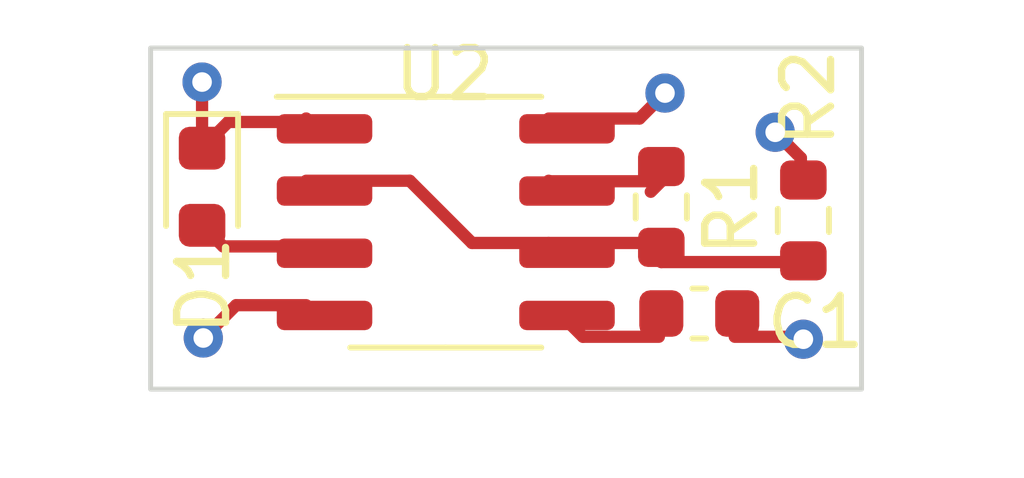
<source format=kicad_pcb>
(kicad_pcb (version 20240108) (generator "pcbnew") (generator_version "8.0")
  (layers (0 "F.Cu" signal) (31 "B.Cu" signal) (34 "B.Paste" user) (35 "F.Paste" user) (36 "B.SilkS" user "B.Silkscreen") (37 "F.SilkS" user "F.Silkscreen") (38 "B.Mask" user) (39 "F.Mask" user) (44 "Edge.Cuts" user))
  (net 0 "")
  (net 1 "GND")
  (net 2 "Net-(D1-A)")
  (net 3 "/TR")
  (net 4 "VCC")
  (net 5 "Net-(U2-CV)")
  (net 6 "Net-(U2-DIS)")
  (footprint "LED_SMD:LED_0603_1608Metric" (layer "F.Cu") (at 133.05 82.9125 -90)
    (property "Reference" "D1" (at 2.025 -0.025 90) (layer "F.SilkS"))
    (property "Value" "LED")
    (fp_line (start -1.485 0.735) (end 0.8 0.735) (stroke (width 0.12)) (layer "F.SilkS"))
    (fp_line (start -1.485 -0.735) (end -1.485 0.735) (stroke (width 0.12)) (layer "F.SilkS"))
    (fp_line (start 0.8 -0.735) (end -1.485 -0.735) (stroke (width 0.12)) (layer "F.SilkS"))
    (pad "1" smd roundrect (at -0.7875 0 270) (size 0.875 0.95) (layers "F.Cu" "F.Paste" "F.Mask") (net 1 "GND"))
    (pad "2" smd roundrect (at 0.7875 0 270) (size 0.875 0.95) (layers "F.Cu" "F.Paste" "F.Mask") (net 2 "Net-(D1-A)"))
  )
  (footprint "Resistor_SMD:R_0603_1608Metric" (layer "F.Cu") (at 145.325 83.6 90)
    (property "Reference" "R2" (at 2.5 0.1 90) (layer "F.SilkS"))
    (property "Value" "R")
    (fp_line (start -0.237258 -0.5225) (end 0.237258 -0.5225) (stroke (width 0.12)) (layer "F.SilkS"))
    (fp_line (start -0.237258 0.5225) (end 0.237258 0.5225) (stroke (width 0.12)) (layer "F.SilkS"))
    (pad "1" smd roundrect (at -0.825 0 90) (size 0.8 0.95) (layers "F.Cu" "F.Paste" "F.Mask") (net 3 "/TR"))
    (pad "2" smd roundrect (at 0.825 0 90) (size 0.8 0.95) (layers "F.Cu" "F.Paste" "F.Mask") (net 1 "GND"))
  )
  (footprint "Package_SO:SOIC-8_3.9x4.9mm_P1.27mm" (layer "F.Cu") (at 138.025 83.635)
    (property "Reference" "U2" (at -0.025 -3.02 0) (layer "F.SilkS"))
    (property "Value" "NE555D")
    (fp_line (start 0 -2.56) (end -3.45 -2.56) (stroke (width 0.12)) (layer "F.SilkS"))
    (fp_line (start 0 -2.56) (end 1.95 -2.56) (stroke (width 0.12)) (layer "F.SilkS"))
    (fp_line (start 0 2.56) (end -1.95 2.56) (stroke (width 0.12)) (layer "F.SilkS"))
    (fp_line (start 0 2.56) (end 1.95 2.56) (stroke (width 0.12)) (layer "F.SilkS"))
    (pad "1" smd roundrect (at -2.475 -1.905) (size 1.95 0.6) (layers "F.Cu" "F.Paste" "F.Mask") (net 1 "GND"))
    (pad "2" smd roundrect (at -2.475 -0.635) (size 1.95 0.6) (layers "F.Cu" "F.Paste" "F.Mask") (net 3 "/TR"))
    (pad "3" smd roundrect (at -2.475 0.635) (size 1.95 0.6) (layers "F.Cu" "F.Paste" "F.Mask") (net 2 "Net-(D1-A)"))
    (pad "4" smd roundrect (at -2.475 1.905) (size 1.95 0.6) (layers "F.Cu" "F.Paste" "F.Mask") (net 4 "VCC"))
    (pad "5" smd roundrect (at 2.475 1.905) (size 1.95 0.6) (layers "F.Cu" "F.Paste" "F.Mask") (net 5 "Net-(U2-CV)"))
    (pad "6" smd roundrect (at 2.475 0.635) (size 1.95 0.6) (layers "F.Cu" "F.Paste" "F.Mask") (net 3 "/TR"))
    (pad "7" smd roundrect (at 2.475 -0.635) (size 1.95 0.6) (layers "F.Cu" "F.Paste" "F.Mask") (net 6 "Net-(U2-DIS)"))
    (pad "8" smd roundrect (at 2.475 -1.905) (size 1.95 0.6) (layers "F.Cu" "F.Paste" "F.Mask") (net 4 "VCC"))
  )
  (footprint "Resistor_SMD:R_0603_1608Metric" (layer "F.Cu") (at 142.425 83.325 -90)
    (property "Reference" "R1" (at 0 -1.43 90) (layer "F.SilkS"))
    (property "Value" "R")
    (fp_line (start -0.237258 0.5225) (end 0.237258 0.5225) (stroke (width 0.12)) (layer "F.SilkS"))
    (fp_line (start -0.237258 -0.5225) (end 0.237258 -0.5225) (stroke (width 0.12)) (layer "F.SilkS"))
    (pad "1" smd roundrect (at -0.825 0 270) (size 0.8 0.95) (layers "F.Cu" "F.Paste" "F.Mask") (net 6 "Net-(U2-DIS)"))
    (pad "2" smd roundrect (at 0.825 0 270) (size 0.8 0.95) (layers "F.Cu" "F.Paste" "F.Mask") (net 3 "/TR"))
  )
  (footprint "Capacitor_SMD:C_0603_1608Metric" (layer "F.Cu") (at 143.2 85.5)
    (property "Reference" "C1" (at 2.375 0.175 0) (layer "F.SilkS"))
    (property "Value" "C")
    (fp_line (start -0.14058 -0.51) (end 0.14058 -0.51) (stroke (width 0.12)) (layer "F.SilkS"))
    (fp_line (start -0.14058 0.51) (end 0.14058 0.51) (stroke (width 0.12)) (layer "F.SilkS"))
    (pad "1" smd roundrect (at -0.775 0) (size 0.9 0.95) (layers "F.Cu" "F.Paste" "F.Mask") (net 5 "Net-(U2-CV)"))
    (pad "2" smd roundrect (at 0.775 0) (size 0.9 0.95) (layers "F.Cu" "F.Paste" "F.Mask") (net 1 "GND"))
  )
  (gr_rect (start 132 80.08125) (end 146.5125 87.04375) (stroke (width 0.1)) (fill none) (layer "Edge.Cuts"))
  (segment (start 133.025 80.8) (end 133.05 80.775) (width 0.25) (layer "F.Cu") (net 1))
  (segment (start 133.585 81.59) (end 133.05 82.125) (width 0.25) (layer "F.Cu") (net 1))
  (segment (start 135.1325 81.5625) (end 135.175 81.52) (width 0.25) (layer "F.Cu") (net 1))
  (segment (start 145.275 82.325) (end 145.275 82.775) (width 0.25) (layer "F.Cu") (net 1))
  (segment (start 135.3 81.59) (end 135.245 81.59) (width 0.25) (layer "F.Cu") (net 1))
  (segment (start 145.275 85.975) (end 145.325 86.025) (width 0.25) (layer "F.Cu") (net 1))
  (segment (start 135.245 81.59) (end 135.175 81.52) (width 0.25) (layer "F.Cu") (net 1))
  (segment (start 143.925 85.975) (end 145.275 85.975) (width 0.25) (layer "F.Cu") (net 1))
  (segment (start 133.05 80.775) (end 133.05 82.125) (width 0.25) (layer "F.Cu") (net 1))
  (segment (start 144.75 81.8) (end 145.275 82.325) (width 0.25) (layer "F.Cu") (net 1))
  (segment (start 135.3 81.59) (end 133.585 81.59) (width 0.25) (layer "F.Cu") (net 1))
  (via (at 144.75 81.8) (size 0.8) (drill 0.4) (layers "F.Cu" "B.Cu") (net 1))
  (via (at 145.325 86.025) (size 0.8) (drill 0.4) (layers "F.Cu" "B.Cu") (net 1))
  (via (at 133.05 80.775) (size 0.8) (drill 0.4) (layers "F.Cu" "B.Cu") (net 1))
  (segment (start 133.48 84.13) (end 133.05 83.7) (width 0.25) (layer "F.Cu") (net 2))
  (segment (start 135.3 84.13) (end 133.48 84.13) (width 0.25) (layer "F.Cu") (net 2))
  (segment (start 137.29 82.79) (end 138.56 84.06) (width 0.25) (layer "F.Cu") (net 3))
  (segment (start 142.035 84.06) (end 142.425 84.45) (width 0.25) (layer "F.Cu") (net 3))
  (segment (start 145.25 84.45) (end 145.275 84.425) (width 0.25) (layer "F.Cu") (net 3))
  (segment (start 140.125 84.06) (end 142.035 84.06) (width 0.25) (layer "F.Cu") (net 3))
  (segment (start 142.425 84.45) (end 145.25 84.45) (width 0.25) (layer "F.Cu") (net 3))
  (segment (start 138.56 84.06) (end 140.125 84.06) (width 0.25) (layer "F.Cu") (net 3))
  (segment (start 135.175 82.79) (end 137.29 82.79) (width 0.25) (layer "F.Cu") (net 3))
  (segment (start 133.745 85.33) (end 135.175 85.33) (width 0.25) (layer "F.Cu") (net 4))
  (segment (start 142.5 81) (end 141.98 81.52) (width 0.25) (layer "F.Cu") (net 4))
  (segment (start 141.98 81.52) (end 140.125 81.52) (width 0.25) (layer "F.Cu") (net 4))
  (segment (start 133.075 86) (end 133.745 85.33) (width 0.25) (layer "F.Cu") (net 4))
  (via (at 133.075 86) (size 0.8) (drill 0.4) (layers "F.Cu" "B.Cu") (net 4))
  (via (at 142.5 81) (size 0.8) (drill 0.4) (layers "F.Cu" "B.Cu") (net 4))
  (segment (start 140.825 85.975) (end 140.25 85.4) (width 0.25) (layer "F.Cu") (net 5))
  (segment (start 142.375 85.975) (end 140.825 85.975) (width 0.25) (layer "F.Cu") (net 5))
  (segment (start 140.135 82.8) (end 140.125 82.79) (width 0.25) (layer "F.Cu") (net 6))
  (segment (start 142.425 82.8) (end 140.135 82.8) (width 0.25) (layer "F.Cu") (net 6))
  (segment (start 142.21 83.015) (end 142.425 82.8) (width 0.25) (layer "F.Cu") (net 6))
)
</source>
